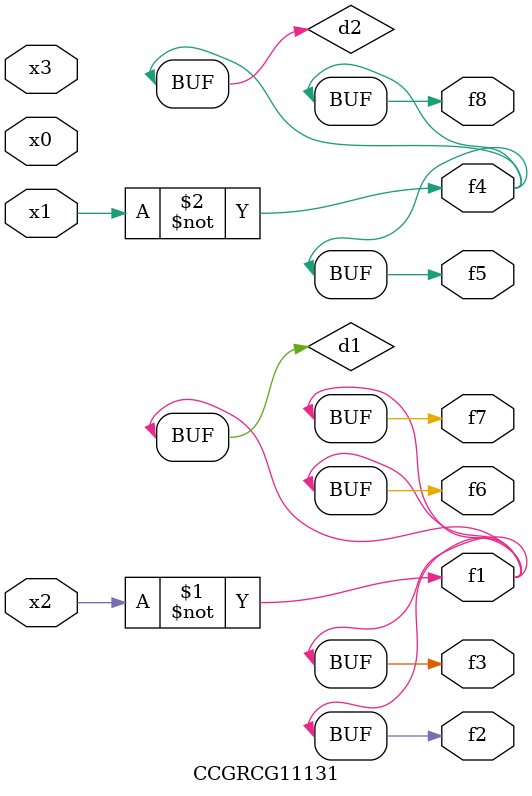
<source format=v>
module CCGRCG11131(
	input x0, x1, x2, x3,
	output f1, f2, f3, f4, f5, f6, f7, f8
);

	wire d1, d2;

	xnor (d1, x2);
	not (d2, x1);
	assign f1 = d1;
	assign f2 = d1;
	assign f3 = d1;
	assign f4 = d2;
	assign f5 = d2;
	assign f6 = d1;
	assign f7 = d1;
	assign f8 = d2;
endmodule

</source>
